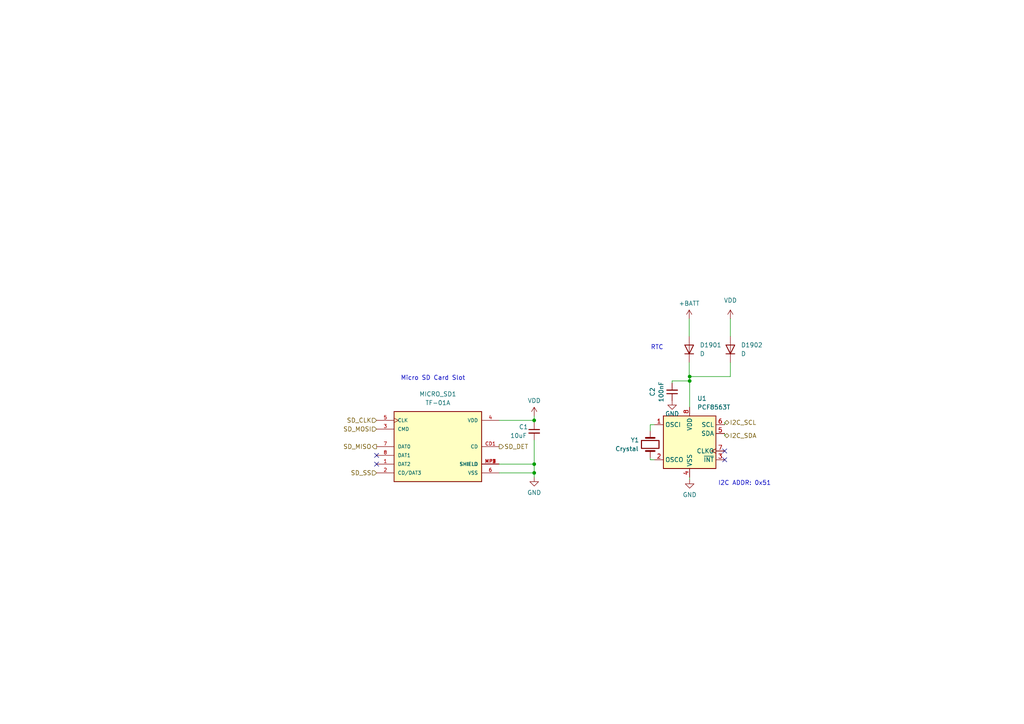
<source format=kicad_sch>
(kicad_sch (version 20231120) (generator "eeschema") (generator_version "8.0")
  (paper "A4")
  (lib_symbols
    (symbol "Device:C_Small" (pin_numbers hide) (pin_names (offset 0.254) hide)
      (property "Reference" "C" (at 0.254 1.778 0))
      (property "Value" "C_Small" (at 0.254 -2.032 0))
      (symbol "C_Small_0_1"
        (polyline (pts (xy -1.524 -0.508) (xy 1.524 -0.508)) (stroke (width 0.3302)))
        (polyline (pts (xy -1.524 0.508) (xy 1.524 0.508)) (stroke (width 0.3048)))
      )
      (symbol "C_Small_1_1"
        (pin passive line (at 0 2.54 270) (length 2.032) (name "~") (number "1"))
        (pin passive line (at 0 -2.54 90) (length 2.032) (name "~") (number "2"))
      )
    )
    (symbol "Device:Crystal" (pin_numbers hide) (pin_names (offset 1.016) hide)
      (property "Reference" "Y" (at 0 3.81 0))
      (property "Value" "Crystal" (at 0 -3.81 0))
      (symbol "Crystal_0_1"
        (rectangle (start -1.143 2.54) (end 1.143 -2.54) (stroke (width 0.3048)))
        (polyline (pts (xy -2.54 0) (xy -1.905 0)))
        (polyline (pts (xy -1.905 -1.27) (xy -1.905 1.27)) (stroke (width 0.508)))
        (polyline (pts (xy 1.905 -1.27) (xy 1.905 1.27)) (stroke (width 0.508)))
        (polyline (pts (xy 2.54 0) (xy 1.905 0)))
      )
      (symbol "Crystal_1_1"
        (pin passive line (at -3.81 0 0) (length 1.27) (name "1") (number "1"))
        (pin passive line (at 3.81 0 180) (length 1.27) (name "2") (number "2"))
      )
    )
    (symbol "Device:D" (pin_numbers hide) (pin_names (offset 1.016) hide)
      (property "Reference" "D" (at 0 2.54 0))
      (property "Value" "D" (at 0 -2.54 0))
      (symbol "D_0_1"
        (polyline (pts (xy -1.27 1.27) (xy -1.27 -1.27)) (stroke (width 0.254)))
        (polyline (pts (xy 1.27 0) (xy -1.27 0)))
        (polyline (pts (xy 1.27 1.27) (xy 1.27 -1.27) (xy -1.27 0) (xy 1.27 1.27)) (stroke (width 0.254)))
      )
      (symbol "D_1_1"
        (pin passive line (at -3.81 0 0) (length 2.54) (name "K") (number "1"))
        (pin passive line (at 3.81 0 180) (length 2.54) (name "A") (number "2"))
      )
    )
    (symbol "Timer_RTC:PCF8563T"
      (property "Reference" "U" (at -7.62 8.89 0))
      (property "Value" "PCF8563T" (at 2.54 8.89 0))
      (symbol "PCF8563T_0_1"
        (rectangle (start -7.62 7.62) (end 7.62 -7.62) (stroke (width 0.254)) (fill (type background)))
      )
      (symbol "PCF8563T_1_1"
        (pin input line (at -10.16 5.08 0) (length 2.54) (name "OSCI") (number "1"))
        (pin output line (at -10.16 -5.08 0) (length 2.54) (name "OSCO") (number "2"))
        (pin output line (at 10.16 -5.08 180) (length 2.54) (name "~{INT}") (number "3"))
        (pin power_in line (at 0 -10.16 90) (length 2.54) (name "VSS") (number "4"))
        (pin bidirectional line (at 10.16 2.54 180) (length 2.54) (name "SDA") (number "5"))
        (pin input line (at 10.16 5.08 180) (length 2.54) (name "SCL") (number "6"))
        (pin output clock (at 10.16 -2.54 180) (length 2.54) (name "CLKO") (number "7"))
        (pin power_in line (at 0 10.16 270) (length 2.54) (name "VDD") (number "8"))
      )
    )
    (symbol "VDD_1" (power) (pin_numbers hide) (pin_names (offset 0) hide)
      (property "Value" "VDD" (at 0 3.556 0))
      (symbol "VDD_1_0_1"
        (polyline (pts (xy -0.762 1.27) (xy 0 2.54)))
        (polyline (pts (xy 0 0) (xy 0 2.54)))
        (polyline (pts (xy 0 2.54) (xy 0.762 1.27)))
      )
      (symbol "VDD_1_1_1"
        (pin power_in line (at 0 0 90) (length 0) (name "~") (number "1"))
      )
    )
    (symbol "WOBCLibrary:TF-01A" (pin_names (offset 1.016))
      (property "Reference" "MICRO_SD" (at -12.7 10.795 0))
      (property "Value" "TF-01A" (at -12.7 -12.7 0))
      (symbol "TF-01A_0_0"
        (rectangle (start -12.7 -10.16) (end 12.7 10.16) (stroke (width 0.254)) (fill (type background)))
        (pin bidirectional line (at -17.78 -5.08 0) (length 5.08) (name "DAT2") (number "1"))
        (pin bidirectional line (at -17.78 -7.62 0) (length 5.08) (name "CD/DAT3") (number "2"))
        (pin bidirectional line (at -17.78 5.08 0) (length 5.08) (name "CMD") (number "3"))
        (pin power_in line (at 17.78 7.62 180) (length 5.08) (name "VDD") (number "4"))
        (pin bidirectional clock (at -17.78 7.62 0) (length 5.08) (name "CLK") (number "5"))
        (pin power_in line (at 17.78 -7.62 180) (length 5.08) (name "VSS") (number "6"))
        (pin bidirectional line (at -17.78 0 0) (length 5.08) (name "DAT0") (number "7"))
        (pin bidirectional line (at -17.78 -2.54 0) (length 5.08) (name "DAT1") (number "8"))
        (pin passive line (at 17.78 0 180) (length 5.08) (name "CD") (number "CD1"))
        (pin power_in line (at 17.78 -5.08 180) (length 5.08) (name "SHIELD") (number "MP1"))
        (pin power_in line (at 17.78 -5.08 180) (length 5.08) (name "SHIELD") (number "MP2"))
        (pin power_in line (at 17.78 -5.08 180) (length 5.08) (name "SHIELD") (number "MP3"))
        (pin power_in line (at 17.78 -5.08 180) (length 5.08) (name "SHIELD") (number "MP4"))
      )
    )
    (symbol "power:+BATT" (power) (pin_names (offset 0))
      (property "Value" "+BATT" (at 0 3.556 0))
      (symbol "+BATT_0_1"
        (polyline (pts (xy -0.762 1.27) (xy 0 2.54)))
        (polyline (pts (xy 0 0) (xy 0 2.54)))
        (polyline (pts (xy 0 2.54) (xy 0.762 1.27)))
      )
      (symbol "+BATT_1_1"
        (pin power_in line (at 0 0 90) (length 0) hide (name "+BATT") (number "1"))
      )
    )
    (symbol "power:GND" (power) (pin_names (offset 0))
      (property "Value" "GND" (at 0 -3.81 0))
      (symbol "GND_0_1"
        (polyline (pts (xy 0 0) (xy 0 -1.27) (xy 1.27 -1.27) (xy 0 -2.54) (xy -1.27 -1.27) (xy 0 -1.27)))
      )
      (symbol "GND_1_1"
        (pin power_in line (at 0 0 270) (length 0) hide (name "GND") (number "1"))
      )
    )
    (symbol "power:VDD" (power) (pin_names (offset 0))
      (property "Value" "VDD" (at 0 3.81 0))
      (symbol "VDD_0_1"
        (polyline (pts (xy -0.762 1.27) (xy 0 2.54)))
        (polyline (pts (xy 0 0) (xy 0 2.54)))
        (polyline (pts (xy 0 2.54) (xy 0.762 1.27)))
      )
      (symbol "VDD_1_1"
        (pin power_in line (at 0 0 90) (length 0) hide (name "VDD") (number "1"))
      )
    )
  )
  (junction (at 200.025 109.22))
  (junction (at 154.94 134.62))
  (junction (at 154.94 137.16))
  (junction (at 154.94 121.92))
  (junction (at 200.025 110.49))
  (no_connect (at 109.22 132.08))
  (no_connect (at 109.22 134.62))
  (no_connect (at 210.185 133.35))
  (no_connect (at 210.185 130.81))
  (wire (pts (xy 200.025 109.22) (xy 200.025 110.49)))
  (wire (pts (xy 200.025 110.49) (xy 200.025 118.11)))
  (wire (pts (xy 199.898 92.456) (xy 199.898 97.536)))
  (wire (pts (xy 144.78 121.92) (xy 154.94 121.92)))
  (wire (pts (xy 154.94 127.635) (xy 154.94 134.62)))
  (wire (pts (xy 200.025 109.22) (xy 211.836 109.22)))
  (wire (pts (xy 194.945 111.125) (xy 194.945 110.49)))
  (wire (pts (xy 211.836 109.22) (xy 211.836 105.156)))
  (wire (pts (xy 154.94 120.65) (xy 154.94 121.92)))
  (wire (pts (xy 154.94 137.16) (xy 154.94 138.43)))
  (wire (pts (xy 199.898 105.156) (xy 199.898 109.22)))
  (wire (pts (xy 200.025 138.43) (xy 200.025 139.065)))
  (wire (pts (xy 188.595 125.095) (xy 188.595 123.19)))
  (wire (pts (xy 144.78 134.62) (xy 154.94 134.62)))
  (wire (pts (xy 144.78 137.16) (xy 154.94 137.16)))
  (wire (pts (xy 194.945 110.49) (xy 200.025 110.49)))
  (wire (pts (xy 154.94 134.62) (xy 154.94 137.16)))
  (wire (pts (xy 211.836 92.456) (xy 211.836 97.536)))
  (wire (pts (xy 210.185 123.19) (xy 210.185 122.555)))
  (wire (pts (xy 188.595 123.19) (xy 189.865 123.19)))
  (wire (pts (xy 188.595 132.715) (xy 188.595 133.35)))
  (wire (pts (xy 154.94 121.92) (xy 154.94 122.555)))
  (wire (pts (xy 199.898 109.22) (xy 200.025 109.22)))
  (wire (pts (xy 188.595 133.35) (xy 189.865 133.35)))
  (wire (pts (xy 210.185 125.73) (xy 210.185 126.365)))
  (text "Micro SD Card Slot" (at 116.205 110.49 0) (effects (font (size 1.27 1.27)) (justify left bottom)))
  (text "RTC" (at 188.722 101.6 0) (effects (font (size 1.27 1.27)) (justify left bottom)))
  (text "I2C ADDR: 0x51" (at 208.28 140.97 0) (effects (font (size 1.27 1.27)) (justify left bottom)))
  (hierarchical_label "I2C_SDA" (shape bidirectional) (at 210.185 126.365 0))
  (hierarchical_label "SD_DET" (shape output) (at 144.78 129.54 0))
  (hierarchical_label "SD_MOSI" (shape input) (at 109.22 124.46 180))
  (hierarchical_label "SD_CLK" (shape input) (at 109.22 121.92 180))
  (hierarchical_label "SD_SS" (shape input) (at 109.22 137.16 180))
  (hierarchical_label "SD_MISO" (shape output) (at 109.22 129.54 180))
  (hierarchical_label "I2C_SCL" (shape bidirectional) (at 210.185 122.555 0))
  (symbol (lib_id "Device:C_Small") (at 154.94 125.095 0) (unit 1)
    (property "Reference" "C1" (at 150.495 123.825 0) (effects (justify left)))
    (property "Value" "10uF" (at 147.955 126.365 0) (effects (justify left)))
    (property "Footprint" "Capacitor_SMD:C_0603_1608Metric" (effects (hide yes)))
    (property "LCSC" "C96446" (effects (hide yes)))
  )
  (symbol (lib_id "Device:D") (at 199.898 101.346 90) (unit 1)
    (property "Reference" "D1901" (at 202.946 100.0759 90) (effects (justify right)))
    (property "Value" "D" (at 202.946 102.6159 90) (effects (justify right)))
    (property "Footprint" "Diode_SMD:D_SOD-323" (effects (hide yes)))
    (property "Description" "Diode" (effects (hide yes)))
    (property "Sim.Device" "D" (effects (hide yes)))
    (property "Sim.Pins" "1=K 2=A" (effects (hide yes)))
    (property "LCSC" "C191023" (effects (hide yes)))
  )
  (symbol (lib_name "VDD_1") (lib_id "power:VDD") (at 211.836 92.456 0) (unit 1)
    (property "Reference" "#PWR01906" (effects (hide yes)))
    (property "Value" "VDD" (at 211.836 87.122 0))
    (property "Description" "Power symbol creates a global label with name \"VDD\"" (effects (hide yes)))
  )
  (symbol (lib_id "WOBCLibrary:TF-01A") (at 127 129.54 0) (unit 1)
    (property "Reference" "MICRO_SD1" (at 127 114.3 0))
    (property "Value" "TF-01A" (at 127 116.84 0))
    (property "Footprint" "WOBCLibrary:TF-01A" (effects (hide yes)))
    (property "Description" "Standard Card Edge Connectors" (effects (hide yes)))
    (property "MF" "HRO Electronics Co., Ltd." (effects (hide yes)))
    (property "Package" "Package" (effects (hide yes)))
    (property "Price" "None" (effects (hide yes)))
    (property "SnapEDA_Link" "https://www.snapeda.com/parts/TF-01A/HRO+Electronics+Co.%252C+Ltd./view-part/?ref=snap" (effects (hide yes)))
    (property "MP" "TF-01A" (effects (hide yes)))
    (property "Availability" "Not in stock" (effects (hide yes)))
    (property "Check_prices" "https://www.snapeda.com/parts/TF-01A/HRO+Electronics+Co.%252C+Ltd./view-part/?ref=eda" (effects (hide yes)))
    (property "LCSC" "C5155563" (effects (hide yes)))
  )
  (symbol (lib_id "power:+BATT") (at 199.898 92.456 0) (unit 1)
    (property "Reference" "#PWR01904" (effects (hide yes)))
    (property "Value" "+BATT" (at 199.898 88.011 0))
  )
  (symbol (lib_id "power:GND") (at 154.94 138.43 0) (unit 1)
    (property "Reference" "#PWR03" (effects (hide yes)))
    (property "Value" "GND" (at 154.94 142.875 0))
  )
  (symbol (lib_id "Device:C_Small") (at 194.945 113.665 180) (unit 1)
    (property "Reference" "C2" (at 189.23 113.665 90))
    (property "Value" "100nF" (at 191.77 113.665 90))
    (property "Footprint" "Capacitor_SMD:C_0402_1005Metric" (effects (hide yes)))
    (property "LCSC" "C1525" (effects (hide yes)))
  )
  (symbol (lib_id "Device:D") (at 211.836 101.346 90) (unit 1)
    (property "Reference" "D1902" (at 214.884 100.0759 90) (effects (justify right)))
    (property "Value" "D" (at 214.884 102.6159 90) (effects (justify right)))
    (property "Footprint" "Diode_SMD:D_SOD-323" (effects (hide yes)))
    (property "Description" "Diode" (effects (hide yes)))
    (property "Sim.Device" "D" (effects (hide yes)))
    (property "Sim.Pins" "1=K 2=A" (effects (hide yes)))
    (property "LCSC" "C191023" (effects (hide yes)))
  )
  (symbol (lib_id "Timer_RTC:PCF8563T") (at 200.025 128.27 0) (unit 1)
    (property "Reference" "U1" (at 202.2191 115.57 0) (effects (justify left)))
    (property "Value" "PCF8563T" (at 202.2191 118.11 0) (effects (justify left)))
    (property "Footprint" "Package_SO:SOIC-8_3.9x4.9mm_P1.27mm" (effects (hide yes)))
    (property "Datasheet" "https://www.nxp.com/docs/en/data-sheet/PCF8563.pdf" (effects (hide yes)))
    (property "LCSC" "C7440" (effects (hide yes)))
  )
  (symbol (lib_id "power:GND") (at 200.025 139.065 0) (unit 1)
    (property "Reference" "#PWR06" (effects (hide yes)))
    (property "Value" "GND" (at 200.025 143.51 0))
  )
  (symbol (lib_id "Device:Crystal") (at 188.595 128.905 270) (unit 1)
    (property "Reference" "Y1" (at 182.88 127.635 90) (effects (justify left)))
    (property "Value" "Crystal" (at 178.435 130.175 90) (effects (justify left)))
    (property "Footprint" "Crystal:Crystal_SMD_3215-2Pin_3.2x1.5mm" (effects (hide yes)))
    (property "LCSC" "C32346" (effects (hide yes)))
  )
  (symbol (lib_id "power:GND") (at 194.945 116.205 0) (unit 1)
    (property "Reference" "#PWR04" (effects (hide yes)))
    (property "Value" "GND" (at 194.945 120.015 0))
  )
  (symbol (lib_id "power:VDD") (at 154.94 120.65 0) (unit 1)
    (property "Reference" "#PWR01" (effects (hide yes)))
    (property "Value" "VDD" (at 154.94 116.205 0))
  )
)
</source>
